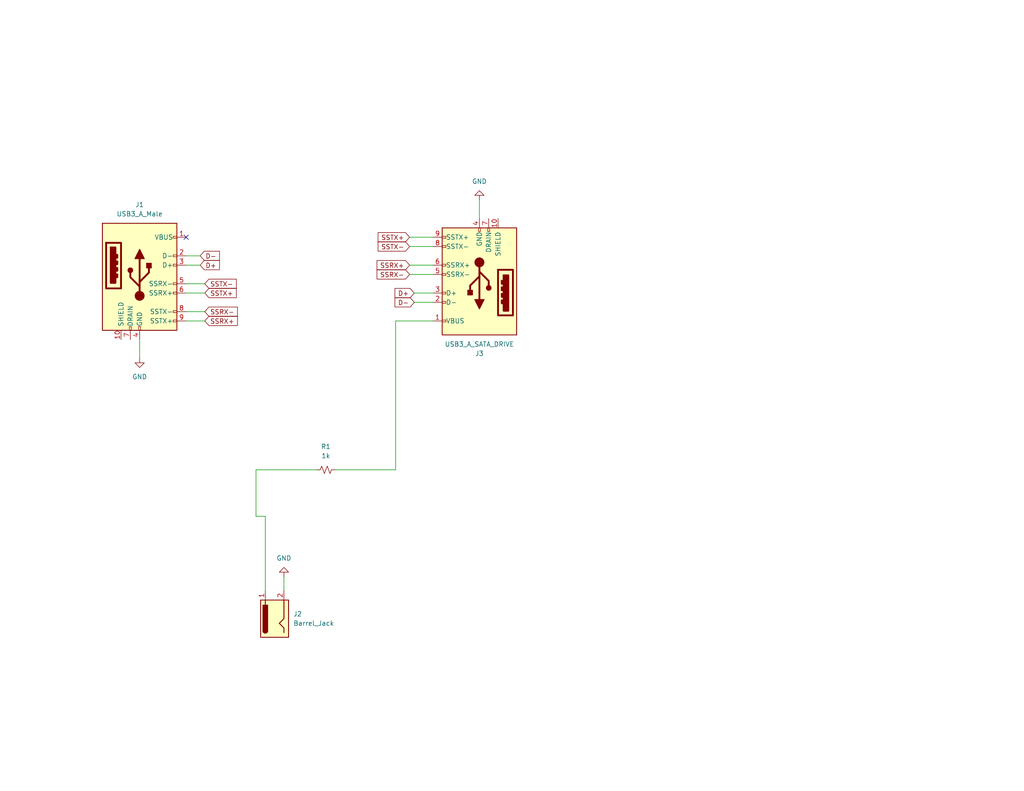
<source format=kicad_sch>
(kicad_sch (version 20211123) (generator eeschema)

  (uuid 79736ebb-f5ce-41c8-8f09-a86275c02dd2)

  (paper "USLetter")

  (title_block
    (title "Hard Drive Power")
    (date "2022-12-27")
    (rev "3")
  )

  (lib_symbols
    (symbol "Connector:Barrel_Jack" (pin_names (offset 1.016)) (in_bom yes) (on_board yes)
      (property "Reference" "J" (id 0) (at 0 5.334 0)
        (effects (font (size 1.27 1.27)))
      )
      (property "Value" "Barrel_Jack" (id 1) (at 0 -5.08 0)
        (effects (font (size 1.27 1.27)))
      )
      (property "Footprint" "" (id 2) (at 1.27 -1.016 0)
        (effects (font (size 1.27 1.27)) hide)
      )
      (property "Datasheet" "~" (id 3) (at 1.27 -1.016 0)
        (effects (font (size 1.27 1.27)) hide)
      )
      (property "ki_keywords" "DC power barrel jack connector" (id 4) (at 0 0 0)
        (effects (font (size 1.27 1.27)) hide)
      )
      (property "ki_description" "DC Barrel Jack" (id 5) (at 0 0 0)
        (effects (font (size 1.27 1.27)) hide)
      )
      (property "ki_fp_filters" "BarrelJack*" (id 6) (at 0 0 0)
        (effects (font (size 1.27 1.27)) hide)
      )
      (symbol "Barrel_Jack_0_1"
        (rectangle (start -5.08 3.81) (end 5.08 -3.81)
          (stroke (width 0.254) (type default) (color 0 0 0 0))
          (fill (type background))
        )
        (arc (start -3.302 3.175) (mid -3.937 2.54) (end -3.302 1.905)
          (stroke (width 0.254) (type default) (color 0 0 0 0))
          (fill (type none))
        )
        (arc (start -3.302 3.175) (mid -3.937 2.54) (end -3.302 1.905)
          (stroke (width 0.254) (type default) (color 0 0 0 0))
          (fill (type outline))
        )
        (polyline
          (pts
            (xy 5.08 2.54)
            (xy 3.81 2.54)
          )
          (stroke (width 0.254) (type default) (color 0 0 0 0))
          (fill (type none))
        )
        (polyline
          (pts
            (xy -3.81 -2.54)
            (xy -2.54 -2.54)
            (xy -1.27 -1.27)
            (xy 0 -2.54)
            (xy 2.54 -2.54)
            (xy 5.08 -2.54)
          )
          (stroke (width 0.254) (type default) (color 0 0 0 0))
          (fill (type none))
        )
        (rectangle (start 3.683 3.175) (end -3.302 1.905)
          (stroke (width 0.254) (type default) (color 0 0 0 0))
          (fill (type outline))
        )
      )
      (symbol "Barrel_Jack_1_1"
        (pin passive line (at 7.62 2.54 180) (length 2.54)
          (name "~" (effects (font (size 1.27 1.27))))
          (number "1" (effects (font (size 1.27 1.27))))
        )
        (pin passive line (at 7.62 -2.54 180) (length 2.54)
          (name "~" (effects (font (size 1.27 1.27))))
          (number "2" (effects (font (size 1.27 1.27))))
        )
      )
    )
    (symbol "Connector:USB3_A" (pin_names (offset 1.016)) (in_bom yes) (on_board yes)
      (property "Reference" "J" (id 0) (at -10.16 15.24 0)
        (effects (font (size 1.27 1.27)) (justify left))
      )
      (property "Value" "USB3_A" (id 1) (at 10.16 15.24 0)
        (effects (font (size 1.27 1.27)) (justify right))
      )
      (property "Footprint" "" (id 2) (at 3.81 2.54 0)
        (effects (font (size 1.27 1.27)) hide)
      )
      (property "Datasheet" "~" (id 3) (at 3.81 2.54 0)
        (effects (font (size 1.27 1.27)) hide)
      )
      (property "ki_keywords" "usb universal serial bus" (id 4) (at 0 0 0)
        (effects (font (size 1.27 1.27)) hide)
      )
      (property "ki_description" "USB 3.0 A connector" (id 5) (at 0 0 0)
        (effects (font (size 1.27 1.27)) hide)
      )
      (symbol "USB3_A_0_0"
        (rectangle (start -9.144 8.636) (end -5.08 -3.81)
          (stroke (width 0.508) (type default) (color 0 0 0 0))
          (fill (type none))
        )
        (rectangle (start -7.874 7.366) (end -6.604 -2.286)
          (stroke (width 0.508) (type default) (color 0 0 0 0))
          (fill (type outline))
        )
        (rectangle (start -6.35 0) (end -6.096 -0.762)
          (stroke (width 0.508) (type default) (color 0 0 0 0))
          (fill (type none))
        )
        (rectangle (start -6.35 1.778) (end -6.096 1.016)
          (stroke (width 0.508) (type default) (color 0 0 0 0))
          (fill (type none))
        )
        (rectangle (start -6.35 3.556) (end -6.096 2.794)
          (stroke (width 0.508) (type default) (color 0 0 0 0))
          (fill (type none))
        )
        (rectangle (start -6.35 5.334) (end -6.096 4.572)
          (stroke (width 0.508) (type default) (color 0 0 0 0))
          (fill (type none))
        )
        (rectangle (start -2.794 -15.24) (end -2.286 -14.224)
          (stroke (width 0) (type default) (color 0 0 0 0))
          (fill (type none))
        )
        (rectangle (start -0.254 -15.24) (end 0.254 -14.224)
          (stroke (width 0) (type default) (color 0 0 0 0))
          (fill (type none))
        )
        (rectangle (start 10.16 -12.446) (end 9.144 -12.954)
          (stroke (width 0) (type default) (color 0 0 0 0))
          (fill (type none))
        )
        (rectangle (start 10.16 -9.906) (end 9.144 -10.414)
          (stroke (width 0) (type default) (color 0 0 0 0))
          (fill (type none))
        )
        (rectangle (start 10.16 -4.826) (end 9.144 -5.334)
          (stroke (width 0) (type default) (color 0 0 0 0))
          (fill (type none))
        )
        (rectangle (start 10.16 -2.286) (end 9.144 -2.794)
          (stroke (width 0) (type default) (color 0 0 0 0))
          (fill (type none))
        )
        (rectangle (start 10.16 2.794) (end 9.144 2.286)
          (stroke (width 0) (type default) (color 0 0 0 0))
          (fill (type none))
        )
        (rectangle (start 10.16 5.334) (end 9.144 4.826)
          (stroke (width 0) (type default) (color 0 0 0 0))
          (fill (type none))
        )
        (rectangle (start 10.16 10.414) (end 9.144 9.906)
          (stroke (width 0) (type default) (color 0 0 0 0))
          (fill (type none))
        )
      )
      (symbol "USB3_A_0_1"
        (rectangle (start -10.16 13.97) (end 10.16 -15.24)
          (stroke (width 0.254) (type default) (color 0 0 0 0))
          (fill (type background))
        )
      )
      (symbol "USB3_A_1_1"
        (circle (center -2.54 1.143) (radius 0.635)
          (stroke (width 0.254) (type default) (color 0 0 0 0))
          (fill (type outline))
        )
        (circle (center 0 -5.842) (radius 1.27)
          (stroke (width 0) (type default) (color 0 0 0 0))
          (fill (type outline))
        )
        (polyline
          (pts
            (xy 0 -5.842)
            (xy 0 4.318)
          )
          (stroke (width 0.508) (type default) (color 0 0 0 0))
          (fill (type none))
        )
        (polyline
          (pts
            (xy 0 -3.302)
            (xy -2.54 -0.762)
            (xy -2.54 0.508)
          )
          (stroke (width 0.508) (type default) (color 0 0 0 0))
          (fill (type none))
        )
        (polyline
          (pts
            (xy 0 -2.032)
            (xy 2.54 0.508)
            (xy 2.54 1.778)
          )
          (stroke (width 0.508) (type default) (color 0 0 0 0))
          (fill (type none))
        )
        (polyline
          (pts
            (xy -1.27 4.318)
            (xy 0 6.858)
            (xy 1.27 4.318)
            (xy -1.27 4.318)
          )
          (stroke (width 0.254) (type default) (color 0 0 0 0))
          (fill (type outline))
        )
        (rectangle (start 1.905 1.778) (end 3.175 3.048)
          (stroke (width 0.254) (type default) (color 0 0 0 0))
          (fill (type outline))
        )
        (pin power_in line (at 12.7 10.16 180) (length 2.54)
          (name "VBUS" (effects (font (size 1.27 1.27))))
          (number "1" (effects (font (size 1.27 1.27))))
        )
        (pin passive line (at -5.08 -17.78 90) (length 2.54)
          (name "SHIELD" (effects (font (size 1.27 1.27))))
          (number "10" (effects (font (size 1.27 1.27))))
        )
        (pin bidirectional line (at 12.7 5.08 180) (length 2.54)
          (name "D-" (effects (font (size 1.27 1.27))))
          (number "2" (effects (font (size 1.27 1.27))))
        )
        (pin bidirectional line (at 12.7 2.54 180) (length 2.54)
          (name "D+" (effects (font (size 1.27 1.27))))
          (number "3" (effects (font (size 1.27 1.27))))
        )
        (pin power_in line (at 0 -17.78 90) (length 2.54)
          (name "GND" (effects (font (size 1.27 1.27))))
          (number "4" (effects (font (size 1.27 1.27))))
        )
        (pin output line (at 12.7 -2.54 180) (length 2.54)
          (name "SSRX-" (effects (font (size 1.27 1.27))))
          (number "5" (effects (font (size 1.27 1.27))))
        )
        (pin output line (at 12.7 -5.08 180) (length 2.54)
          (name "SSRX+" (effects (font (size 1.27 1.27))))
          (number "6" (effects (font (size 1.27 1.27))))
        )
        (pin passive line (at -2.54 -17.78 90) (length 2.54)
          (name "DRAIN" (effects (font (size 1.27 1.27))))
          (number "7" (effects (font (size 1.27 1.27))))
        )
        (pin input line (at 12.7 -10.16 180) (length 2.54)
          (name "SSTX-" (effects (font (size 1.27 1.27))))
          (number "8" (effects (font (size 1.27 1.27))))
        )
        (pin input line (at 12.7 -12.7 180) (length 2.54)
          (name "SSTX+" (effects (font (size 1.27 1.27))))
          (number "9" (effects (font (size 1.27 1.27))))
        )
      )
    )
    (symbol "Device:R_Small_US" (pin_numbers hide) (pin_names (offset 0.254) hide) (in_bom yes) (on_board yes)
      (property "Reference" "R" (id 0) (at 0.762 0.508 0)
        (effects (font (size 1.27 1.27)) (justify left))
      )
      (property "Value" "R_Small_US" (id 1) (at 0.762 -1.016 0)
        (effects (font (size 1.27 1.27)) (justify left))
      )
      (property "Footprint" "" (id 2) (at 0 0 0)
        (effects (font (size 1.27 1.27)) hide)
      )
      (property "Datasheet" "~" (id 3) (at 0 0 0)
        (effects (font (size 1.27 1.27)) hide)
      )
      (property "ki_keywords" "r resistor" (id 4) (at 0 0 0)
        (effects (font (size 1.27 1.27)) hide)
      )
      (property "ki_description" "Resistor, small US symbol" (id 5) (at 0 0 0)
        (effects (font (size 1.27 1.27)) hide)
      )
      (property "ki_fp_filters" "R_*" (id 6) (at 0 0 0)
        (effects (font (size 1.27 1.27)) hide)
      )
      (symbol "R_Small_US_1_1"
        (polyline
          (pts
            (xy 0 0)
            (xy 1.016 -0.381)
            (xy 0 -0.762)
            (xy -1.016 -1.143)
            (xy 0 -1.524)
          )
          (stroke (width 0) (type default) (color 0 0 0 0))
          (fill (type none))
        )
        (polyline
          (pts
            (xy 0 1.524)
            (xy 1.016 1.143)
            (xy 0 0.762)
            (xy -1.016 0.381)
            (xy 0 0)
          )
          (stroke (width 0) (type default) (color 0 0 0 0))
          (fill (type none))
        )
        (pin passive line (at 0 2.54 270) (length 1.016)
          (name "~" (effects (font (size 1.27 1.27))))
          (number "1" (effects (font (size 1.27 1.27))))
        )
        (pin passive line (at 0 -2.54 90) (length 1.016)
          (name "~" (effects (font (size 1.27 1.27))))
          (number "2" (effects (font (size 1.27 1.27))))
        )
      )
    )
    (symbol "power:GND" (power) (pin_names (offset 0)) (in_bom yes) (on_board yes)
      (property "Reference" "#PWR" (id 0) (at 0 -6.35 0)
        (effects (font (size 1.27 1.27)) hide)
      )
      (property "Value" "GND" (id 1) (at 0 -3.81 0)
        (effects (font (size 1.27 1.27)))
      )
      (property "Footprint" "" (id 2) (at 0 0 0)
        (effects (font (size 1.27 1.27)) hide)
      )
      (property "Datasheet" "" (id 3) (at 0 0 0)
        (effects (font (size 1.27 1.27)) hide)
      )
      (property "ki_keywords" "power-flag" (id 4) (at 0 0 0)
        (effects (font (size 1.27 1.27)) hide)
      )
      (property "ki_description" "Power symbol creates a global label with name \"GND\" , ground" (id 5) (at 0 0 0)
        (effects (font (size 1.27 1.27)) hide)
      )
      (symbol "GND_0_1"
        (polyline
          (pts
            (xy 0 0)
            (xy 0 -1.27)
            (xy 1.27 -1.27)
            (xy 0 -2.54)
            (xy -1.27 -1.27)
            (xy 0 -1.27)
          )
          (stroke (width 0) (type default) (color 0 0 0 0))
          (fill (type none))
        )
      )
      (symbol "GND_1_1"
        (pin power_in line (at 0 0 270) (length 0) hide
          (name "GND" (effects (font (size 1.27 1.27))))
          (number "1" (effects (font (size 1.27 1.27))))
        )
      )
    )
  )


  (no_connect (at 50.8 64.77) (uuid 6c6dd4f0-2c1d-4817-a980-cb08f550dee8))

  (wire (pts (xy 50.8 80.01) (xy 55.88 80.01))
    (stroke (width 0) (type default) (color 0 0 0 0))
    (uuid 00574a95-e821-42ba-93b0-29ed06ec8399)
  )
  (wire (pts (xy 50.8 69.85) (xy 54.61 69.85))
    (stroke (width 0) (type default) (color 0 0 0 0))
    (uuid 187f74c3-bce8-4bb3-a344-b95085af65f0)
  )
  (wire (pts (xy 50.8 87.63) (xy 55.88 87.63))
    (stroke (width 0) (type default) (color 0 0 0 0))
    (uuid 2adc2de9-ac93-4490-9433-37df8e1570db)
  )
  (wire (pts (xy 91.44 128.27) (xy 107.95 128.27))
    (stroke (width 0) (type default) (color 0 0 0 0))
    (uuid 3422b4d0-7897-4f41-9346-2cf55e56d0ad)
  )
  (wire (pts (xy 111.76 64.77) (xy 118.11 64.77))
    (stroke (width 0) (type default) (color 0 0 0 0))
    (uuid 34e0ca80-0a37-4f5e-bb60-4ad438446feb)
  )
  (wire (pts (xy 69.85 140.97) (xy 72.39 140.97))
    (stroke (width 0) (type default) (color 0 0 0 0))
    (uuid 3b743fc3-6341-49f5-bab3-1c7ab15eeb96)
  )
  (wire (pts (xy 69.85 128.27) (xy 69.85 140.97))
    (stroke (width 0) (type default) (color 0 0 0 0))
    (uuid 4fdede22-f702-46be-923d-1805928dc20d)
  )
  (wire (pts (xy 107.95 87.63) (xy 118.11 87.63))
    (stroke (width 0) (type default) (color 0 0 0 0))
    (uuid 529db1b4-ba15-42b5-b367-25ed7b62f3c4)
  )
  (wire (pts (xy 113.03 82.55) (xy 118.11 82.55))
    (stroke (width 0) (type default) (color 0 0 0 0))
    (uuid 53d3969d-f7fd-4ff5-9797-24a8e60b0646)
  )
  (wire (pts (xy 50.8 85.09) (xy 55.88 85.09))
    (stroke (width 0) (type default) (color 0 0 0 0))
    (uuid 8ad3758e-92af-4883-ace2-efe8d3df2f4f)
  )
  (wire (pts (xy 113.03 80.01) (xy 118.11 80.01))
    (stroke (width 0) (type default) (color 0 0 0 0))
    (uuid 96aca7b5-8e01-4d75-ad95-6267d3e74e48)
  )
  (wire (pts (xy 72.39 161.29) (xy 72.39 140.97))
    (stroke (width 0) (type default) (color 0 0 0 0))
    (uuid 98a2aae9-7c3c-462f-9f9a-3c0663202a19)
  )
  (wire (pts (xy 77.47 157.48) (xy 77.47 161.29))
    (stroke (width 0) (type default) (color 0 0 0 0))
    (uuid a0da4453-25e1-4990-849e-6756c76f278a)
  )
  (wire (pts (xy 38.1 92.71) (xy 38.1 97.79))
    (stroke (width 0) (type default) (color 0 0 0 0))
    (uuid a1ebbe8f-49e6-446f-9089-01dedf7c18df)
  )
  (wire (pts (xy 111.76 67.31) (xy 118.11 67.31))
    (stroke (width 0) (type default) (color 0 0 0 0))
    (uuid a1fd72fe-1d12-4354-b224-abd97b73c3b7)
  )
  (wire (pts (xy 111.76 72.39) (xy 118.11 72.39))
    (stroke (width 0) (type default) (color 0 0 0 0))
    (uuid b6638599-e64e-4415-ac4f-923b950b0b38)
  )
  (wire (pts (xy 69.85 128.27) (xy 86.36 128.27))
    (stroke (width 0) (type default) (color 0 0 0 0))
    (uuid d1fe8f45-31f5-4d3c-939f-4fed898e4a8f)
  )
  (wire (pts (xy 111.76 74.93) (xy 118.11 74.93))
    (stroke (width 0) (type default) (color 0 0 0 0))
    (uuid da46d5fb-e48f-4232-95c8-57c496d3df89)
  )
  (wire (pts (xy 107.95 128.27) (xy 107.95 87.63))
    (stroke (width 0) (type default) (color 0 0 0 0))
    (uuid ea69e3bd-1169-4a95-bfc7-ddb35ebcae4c)
  )
  (wire (pts (xy 50.8 72.39) (xy 54.61 72.39))
    (stroke (width 0) (type default) (color 0 0 0 0))
    (uuid edaacf68-53e0-4b44-b77f-7159ca1fa7ac)
  )
  (wire (pts (xy 50.8 77.47) (xy 55.88 77.47))
    (stroke (width 0) (type default) (color 0 0 0 0))
    (uuid f9c226c0-83e2-47b3-8bcc-9266a3ba57b9)
  )
  (wire (pts (xy 130.81 54.61) (xy 130.81 59.69))
    (stroke (width 0) (type default) (color 0 0 0 0))
    (uuid ffbd50ac-3493-46f4-9179-9100777f8768)
  )

  (global_label "D-" (shape input) (at 54.61 69.85 0) (fields_autoplaced)
    (effects (font (size 1.27 1.27)) (justify left))
    (uuid 0eb7f3f9-7fa8-4d24-8a2a-b4a33ddbc452)
    (property "Intersheet References" "${INTERSHEET_REFS}" (id 0) (at 59.8655 69.7706 0)
      (effects (font (size 1.27 1.27)) (justify left) hide)
    )
  )
  (global_label "D+" (shape input) (at 113.03 80.01 180) (fields_autoplaced)
    (effects (font (size 1.27 1.27)) (justify right))
    (uuid 115a8087-bdb8-47de-8ddf-a28732a51af9)
    (property "Intersheet References" "${INTERSHEET_REFS}" (id 0) (at 107.7745 79.9306 0)
      (effects (font (size 1.27 1.27)) (justify right) hide)
    )
  )
  (global_label "SSRX+" (shape input) (at 55.88 87.63 0) (fields_autoplaced)
    (effects (font (size 1.27 1.27)) (justify left))
    (uuid 185f7a90-e9b0-45cf-b22e-672ca86bb491)
    (property "Intersheet References" "${INTERSHEET_REFS}" (id 0) (at 64.7641 87.5506 0)
      (effects (font (size 1.27 1.27)) (justify left) hide)
    )
  )
  (global_label "SSTX-" (shape input) (at 111.76 67.31 180) (fields_autoplaced)
    (effects (font (size 1.27 1.27)) (justify right))
    (uuid 2c5af901-d585-4fff-9761-5c0156156840)
    (property "Intersheet References" "${INTERSHEET_REFS}" (id 0) (at 103.1783 67.3894 0)
      (effects (font (size 1.27 1.27)) (justify right) hide)
    )
  )
  (global_label "D+" (shape input) (at 54.61 72.39 0) (fields_autoplaced)
    (effects (font (size 1.27 1.27)) (justify left))
    (uuid 48dafb80-ad27-41e9-9233-e04cd0b747f5)
    (property "Intersheet References" "${INTERSHEET_REFS}" (id 0) (at 59.8655 72.3106 0)
      (effects (font (size 1.27 1.27)) (justify left) hide)
    )
  )
  (global_label "SSRX-" (shape input) (at 55.88 85.09 0) (fields_autoplaced)
    (effects (font (size 1.27 1.27)) (justify left))
    (uuid 6c6d0a3c-674d-4490-a8b0-492b3198ba5c)
    (property "Intersheet References" "${INTERSHEET_REFS}" (id 0) (at 64.7641 85.0106 0)
      (effects (font (size 1.27 1.27)) (justify left) hide)
    )
  )
  (global_label "SSTX-" (shape input) (at 55.88 77.47 0) (fields_autoplaced)
    (effects (font (size 1.27 1.27)) (justify left))
    (uuid 74c61aab-0200-4296-8046-681d0ac2997c)
    (property "Intersheet References" "${INTERSHEET_REFS}" (id 0) (at 64.4617 77.3906 0)
      (effects (font (size 1.27 1.27)) (justify left) hide)
    )
  )
  (global_label "SSRX+" (shape input) (at 111.76 72.39 180) (fields_autoplaced)
    (effects (font (size 1.27 1.27)) (justify right))
    (uuid 7bcf3cc2-e15d-4d40-ac73-e7038d068f34)
    (property "Intersheet References" "${INTERSHEET_REFS}" (id 0) (at 102.8759 72.4694 0)
      (effects (font (size 1.27 1.27)) (justify right) hide)
    )
  )
  (global_label "SSTX+" (shape input) (at 111.76 64.77 180) (fields_autoplaced)
    (effects (font (size 1.27 1.27)) (justify right))
    (uuid 9234c6d8-04b4-4d9d-a29f-ab0ea38f493a)
    (property "Intersheet References" "${INTERSHEET_REFS}" (id 0) (at 103.1783 64.8494 0)
      (effects (font (size 1.27 1.27)) (justify right) hide)
    )
  )
  (global_label "SSRX-" (shape input) (at 111.76 74.93 180) (fields_autoplaced)
    (effects (font (size 1.27 1.27)) (justify right))
    (uuid a5530d7b-7f76-4499-9f6c-c2dd57053ecf)
    (property "Intersheet References" "${INTERSHEET_REFS}" (id 0) (at 102.8759 75.0094 0)
      (effects (font (size 1.27 1.27)) (justify right) hide)
    )
  )
  (global_label "SSTX+" (shape input) (at 55.88 80.01 0) (fields_autoplaced)
    (effects (font (size 1.27 1.27)) (justify left))
    (uuid f9cd6b62-6222-458e-94c1-e4c5d25805b2)
    (property "Intersheet References" "${INTERSHEET_REFS}" (id 0) (at 64.4617 79.9306 0)
      (effects (font (size 1.27 1.27)) (justify left) hide)
    )
  )
  (global_label "D-" (shape input) (at 113.03 82.55 180) (fields_autoplaced)
    (effects (font (size 1.27 1.27)) (justify right))
    (uuid fc4552c3-af0e-4384-bf85-28fa6a7983b0)
    (property "Intersheet References" "${INTERSHEET_REFS}" (id 0) (at 107.7745 82.6294 0)
      (effects (font (size 1.27 1.27)) (justify right) hide)
    )
  )

  (symbol (lib_id "Connector:Barrel_Jack") (at 74.93 168.91 90) (unit 1)
    (in_bom yes) (on_board yes) (fields_autoplaced)
    (uuid 15bff926-c66a-4dd4-84cf-fd056d6dbddb)
    (property "Reference" "J2" (id 0) (at 80.01 167.6399 90)
      (effects (font (size 1.27 1.27)) (justify right))
    )
    (property "Value" "Barrel_Jack" (id 1) (at 80.01 170.1799 90)
      (effects (font (size 1.27 1.27)) (justify right))
    )
    (property "Footprint" "Connector_BarrelJack:BarrelJack_Horizontal" (id 2) (at 75.946 167.64 0)
      (effects (font (size 1.27 1.27)) hide)
    )
    (property "Datasheet" "~" (id 3) (at 75.946 167.64 0)
      (effects (font (size 1.27 1.27)) hide)
    )
    (pin "1" (uuid 4bcb9583-b061-4484-b3e2-64698d3a5a06))
    (pin "2" (uuid 29d40d1c-ac53-4928-8dfb-66c5c623d51f))
  )

  (symbol (lib_id "Connector:USB3_A") (at 130.81 77.47 180) (unit 1)
    (in_bom yes) (on_board yes) (fields_autoplaced)
    (uuid 1626f174-893f-4afc-b68e-fbc5902dfc0a)
    (property "Reference" "J3" (id 0) (at 130.81 96.52 0))
    (property "Value" "USB3_A_SATA_DRIVE" (id 1) (at 130.81 93.98 0))
    (property "Footprint" "CONNUSB09_AU-Y1006-3_14P3X14P25_ASM:AU-Y1006-3" (id 2) (at 127 80.01 0)
      (effects (font (size 1.27 1.27)) hide)
    )
    (property "Datasheet" "http://www.assmann-wsw.com/uploads/datasheets/ASS_5775_CO.pdf" (id 3) (at 127 80.01 0)
      (effects (font (size 1.27 1.27)) hide)
    )
    (property "Purchase Link" "https://www.digikey.com/en/products/detail/assmann-wsw-components/AU-Y1006-3/2700523" (id 4) (at 130.81 77.47 0)
      (effects (font (size 1.27 1.27)) hide)
    )
    (property "Digikey Part Number" "AE10704-ND" (id 5) (at 130.81 77.47 0)
      (effects (font (size 1.27 1.27)) hide)
    )
    (pin "1" (uuid 0131d28c-aeef-491e-847f-fd7cdcdb2d36))
    (pin "10" (uuid 886f317c-e979-4768-8eef-f2926dbaf2b9))
    (pin "2" (uuid 7f6a84ae-6074-4b39-b6fc-035ea297cba1))
    (pin "3" (uuid f172d486-1367-404f-b4cd-435344a7f89a))
    (pin "4" (uuid 12a79bdd-3e1f-4828-bd0e-60860723a550))
    (pin "5" (uuid 2a14455d-bc10-4ecd-9d06-945f3482c6ce))
    (pin "6" (uuid d8266bf1-3d94-412b-8b83-018816d2c1e3))
    (pin "7" (uuid 480b8ba8-d507-4e90-9150-363ca6317ee9))
    (pin "8" (uuid df10fc78-58d0-4b70-9aba-7252bb6ccb5d))
    (pin "9" (uuid 64d3c9c3-682b-4155-b3d4-61c83791ec9d))
  )

  (symbol (lib_id "power:GND") (at 77.47 157.48 180) (unit 1)
    (in_bom yes) (on_board yes) (fields_autoplaced)
    (uuid 3a430f27-b74d-48b7-ae8b-dea599478e27)
    (property "Reference" "#PWR0103" (id 0) (at 77.47 151.13 0)
      (effects (font (size 1.27 1.27)) hide)
    )
    (property "Value" "GND" (id 1) (at 77.47 152.4 0))
    (property "Footprint" "" (id 2) (at 77.47 157.48 0)
      (effects (font (size 1.27 1.27)) hide)
    )
    (property "Datasheet" "" (id 3) (at 77.47 157.48 0)
      (effects (font (size 1.27 1.27)) hide)
    )
    (pin "1" (uuid d28180e2-f743-48d9-a50a-45b8d7148a69))
  )

  (symbol (lib_id "power:GND") (at 130.81 54.61 180) (unit 1)
    (in_bom yes) (on_board yes) (fields_autoplaced)
    (uuid 58ecfd68-fa56-4aec-8041-272029474dfc)
    (property "Reference" "#PWR0101" (id 0) (at 130.81 48.26 0)
      (effects (font (size 1.27 1.27)) hide)
    )
    (property "Value" "GND" (id 1) (at 130.81 49.53 0))
    (property "Footprint" "" (id 2) (at 130.81 54.61 0)
      (effects (font (size 1.27 1.27)) hide)
    )
    (property "Datasheet" "" (id 3) (at 130.81 54.61 0)
      (effects (font (size 1.27 1.27)) hide)
    )
    (pin "1" (uuid 9b664550-4063-4f01-a5f3-f2b018b7c18c))
  )

  (symbol (lib_id "Connector:USB3_A") (at 38.1 74.93 0) (unit 1)
    (in_bom yes) (on_board yes) (fields_autoplaced)
    (uuid 7e09a026-923a-435a-8797-95ab554053cc)
    (property "Reference" "J1" (id 0) (at 38.1 55.88 0))
    (property "Value" "USB3_A_Male" (id 1) (at 38.1 58.42 0))
    (property "Footprint" "ASSMANN_A-USB3_A-LP-SMT1" (id 2) (at 41.91 72.39 0)
      (effects (font (size 1.27 1.27)) hide)
    )
    (property "Datasheet" "~" (id 3) (at 41.91 72.39 0)
      (effects (font (size 1.27 1.27)) hide)
    )
    (property "Digikey Part Number" "AE10703-ND" (id 4) (at 38.1 74.93 0)
      (effects (font (size 1.27 1.27)) hide)
    )
    (pin "1" (uuid 51ddec06-bf6c-4c9d-9ece-864f30aa0055))
    (pin "10" (uuid e735e0d5-4189-49eb-b3dd-425a956fe9e0))
    (pin "2" (uuid c9be69cf-4bff-445e-89e2-f4b9d0bf1225))
    (pin "3" (uuid 98cb96a6-d552-45c0-8ba4-bfb0d88ef2cf))
    (pin "4" (uuid af9c79a5-7bf3-427d-a234-1a73d302d454))
    (pin "5" (uuid aa9106ed-e303-4b5f-ae76-0615221b31e7))
    (pin "6" (uuid 9983d6aa-e3bb-4ab3-b00d-f964b0842f83))
    (pin "7" (uuid 7f46b0ed-c900-4694-ae9f-a9fd790a038a))
    (pin "8" (uuid eb9eba29-4c6e-4cc1-a014-b1a08de6dd90))
    (pin "9" (uuid 273b3bb3-be56-4171-855b-a3b3495d9aa4))
  )

  (symbol (lib_id "Device:R_Small_US") (at 88.9 128.27 90) (unit 1)
    (in_bom yes) (on_board yes) (fields_autoplaced)
    (uuid cb3f34be-d070-4936-a388-418b87fea76a)
    (property "Reference" "R1" (id 0) (at 88.9 121.92 90))
    (property "Value" "1k" (id 1) (at 88.9 124.46 90))
    (property "Footprint" "Resistor_THT:R_Axial_DIN0207_L6.3mm_D2.5mm_P2.54mm_Vertical" (id 2) (at 88.9 128.27 0)
      (effects (font (size 1.27 1.27)) hide)
    )
    (property "Datasheet" "~" (id 3) (at 88.9 128.27 0)
      (effects (font (size 1.27 1.27)) hide)
    )
    (pin "1" (uuid 1c8b4a63-cc73-426d-9fdb-b38e9eb3abe7))
    (pin "2" (uuid a2c84322-e4f0-4425-8132-768861f89e79))
  )

  (symbol (lib_id "power:GND") (at 38.1 97.79 0) (unit 1)
    (in_bom yes) (on_board yes) (fields_autoplaced)
    (uuid e8dd9997-c6ad-491e-821e-2591de8e49f6)
    (property "Reference" "#PWR0102" (id 0) (at 38.1 104.14 0)
      (effects (font (size 1.27 1.27)) hide)
    )
    (property "Value" "GND" (id 1) (at 38.1 102.87 0))
    (property "Footprint" "" (id 2) (at 38.1 97.79 0)
      (effects (font (size 1.27 1.27)) hide)
    )
    (property "Datasheet" "" (id 3) (at 38.1 97.79 0)
      (effects (font (size 1.27 1.27)) hide)
    )
    (pin "1" (uuid 827d8887-8661-4165-b9cd-a14cc9e2bede))
  )

  (sheet_instances
    (path "/" (page "1"))
  )

  (symbol_instances
    (path "/58ecfd68-fa56-4aec-8041-272029474dfc"
      (reference "#PWR0101") (unit 1) (value "GND") (footprint "")
    )
    (path "/e8dd9997-c6ad-491e-821e-2591de8e49f6"
      (reference "#PWR0102") (unit 1) (value "GND") (footprint "")
    )
    (path "/3a430f27-b74d-48b7-ae8b-dea599478e27"
      (reference "#PWR0103") (unit 1) (value "GND") (footprint "")
    )
    (path "/7e09a026-923a-435a-8797-95ab554053cc"
      (reference "J1") (unit 1) (value "USB3_A_Male") (footprint "ASSMANN_A-USB3_A-LP-SMT1")
    )
    (path "/15bff926-c66a-4dd4-84cf-fd056d6dbddb"
      (reference "J2") (unit 1) (value "Barrel_Jack") (footprint "Connector_BarrelJack:BarrelJack_Horizontal")
    )
    (path "/1626f174-893f-4afc-b68e-fbc5902dfc0a"
      (reference "J3") (unit 1) (value "USB3_A_SATA_DRIVE") (footprint "CONNUSB09_AU-Y1006-3_14P3X14P25_ASM:AU-Y1006-3")
    )
    (path "/cb3f34be-d070-4936-a388-418b87fea76a"
      (reference "R1") (unit 1) (value "1k") (footprint "Resistor_THT:R_Axial_DIN0207_L6.3mm_D2.5mm_P2.54mm_Vertical")
    )
  )
)

</source>
